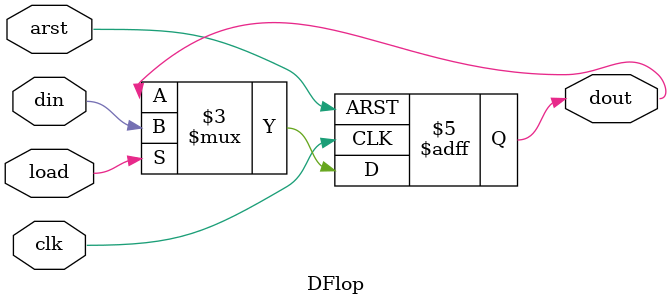
<source format=v>
`timescale 1ns / 1ps
module DFlop(
	input  arst, clk , din, load, 
	output reg dout
    );
	always @ (posedge clk or posedge arst)
	begin
		if (arst)
			dout <= 0;
		else
		begin
			if (load)
				dout <= din;
			else
				dout <= dout;
		end
	end

endmodule

</source>
